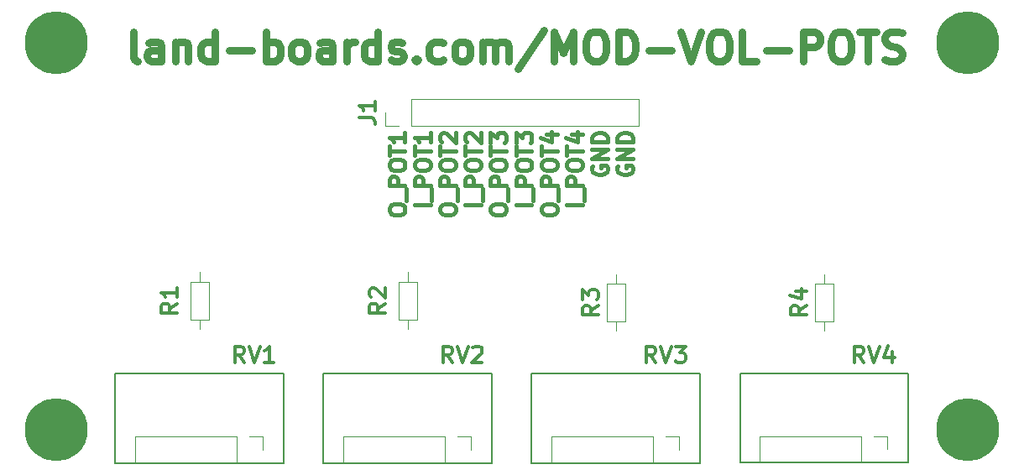
<source format=gto>
%TF.GenerationSoftware,KiCad,Pcbnew,(6.0.1)*%
%TF.CreationDate,2022-10-03T14:26:05-04:00*%
%TF.ProjectId,MOD-VOL-POTS,4d4f442d-564f-44c2-9d50-4f54532e6b69,rev?*%
%TF.SameCoordinates,Original*%
%TF.FileFunction,Legend,Top*%
%TF.FilePolarity,Positive*%
%FSLAX46Y46*%
G04 Gerber Fmt 4.6, Leading zero omitted, Abs format (unit mm)*
G04 Created by KiCad (PCBNEW (6.0.1)) date 2022-10-03 14:26:05*
%MOMM*%
%LPD*%
G01*
G04 APERTURE LIST*
%ADD10C,0.396875*%
%ADD11C,0.750000*%
%ADD12C,0.349250*%
%ADD13C,0.120000*%
%ADD14C,0.150000*%
%ADD15C,6.350000*%
G04 APERTURE END LIST*
D10*
X127629217Y-60922254D02*
X127629217Y-60619873D01*
X127704813Y-60468683D01*
X127856003Y-60317492D01*
X128158384Y-60241897D01*
X128687551Y-60241897D01*
X128989932Y-60317492D01*
X129141122Y-60468683D01*
X129216717Y-60619873D01*
X129216717Y-60922254D01*
X129141122Y-61073444D01*
X128989932Y-61224635D01*
X128687551Y-61300230D01*
X128158384Y-61300230D01*
X127856003Y-61224635D01*
X127704813Y-61073444D01*
X127629217Y-60922254D01*
X129367908Y-59939516D02*
X129367908Y-58729992D01*
X129216717Y-58352016D02*
X127629217Y-58352016D01*
X127629217Y-57747254D01*
X127704813Y-57596063D01*
X127780408Y-57520468D01*
X127931598Y-57444873D01*
X128158384Y-57444873D01*
X128309574Y-57520468D01*
X128385170Y-57596063D01*
X128460765Y-57747254D01*
X128460765Y-58352016D01*
X127629217Y-56462135D02*
X127629217Y-56159754D01*
X127704813Y-56008563D01*
X127856003Y-55857373D01*
X128158384Y-55781778D01*
X128687551Y-55781778D01*
X128989932Y-55857373D01*
X129141122Y-56008563D01*
X129216717Y-56159754D01*
X129216717Y-56462135D01*
X129141122Y-56613325D01*
X128989932Y-56764516D01*
X128687551Y-56840111D01*
X128158384Y-56840111D01*
X127856003Y-56764516D01*
X127704813Y-56613325D01*
X127629217Y-56462135D01*
X127629217Y-55328206D02*
X127629217Y-54421063D01*
X129216717Y-54874635D02*
X127629217Y-54874635D01*
X129216717Y-53060349D02*
X129216717Y-53967492D01*
X129216717Y-53513921D02*
X127629217Y-53513921D01*
X127856003Y-53665111D01*
X128007193Y-53816302D01*
X128082789Y-53967492D01*
X131772592Y-60317492D02*
X130185092Y-60317492D01*
X131923783Y-59939516D02*
X131923783Y-58729992D01*
X131772592Y-58352016D02*
X130185092Y-58352016D01*
X130185092Y-57747254D01*
X130260688Y-57596063D01*
X130336283Y-57520468D01*
X130487473Y-57444873D01*
X130714259Y-57444873D01*
X130865449Y-57520468D01*
X130941045Y-57596063D01*
X131016640Y-57747254D01*
X131016640Y-58352016D01*
X130185092Y-56462135D02*
X130185092Y-56159754D01*
X130260688Y-56008563D01*
X130411878Y-55857373D01*
X130714259Y-55781778D01*
X131243426Y-55781778D01*
X131545807Y-55857373D01*
X131696997Y-56008563D01*
X131772592Y-56159754D01*
X131772592Y-56462135D01*
X131696997Y-56613325D01*
X131545807Y-56764516D01*
X131243426Y-56840111D01*
X130714259Y-56840111D01*
X130411878Y-56764516D01*
X130260688Y-56613325D01*
X130185092Y-56462135D01*
X130185092Y-55328206D02*
X130185092Y-54421063D01*
X131772592Y-54874635D02*
X130185092Y-54874635D01*
X131772592Y-53060349D02*
X131772592Y-53967492D01*
X131772592Y-53513921D02*
X130185092Y-53513921D01*
X130411878Y-53665111D01*
X130563068Y-53816302D01*
X130638664Y-53967492D01*
X132740967Y-60922254D02*
X132740967Y-60619873D01*
X132816563Y-60468683D01*
X132967753Y-60317492D01*
X133270134Y-60241897D01*
X133799301Y-60241897D01*
X134101682Y-60317492D01*
X134252872Y-60468683D01*
X134328467Y-60619873D01*
X134328467Y-60922254D01*
X134252872Y-61073444D01*
X134101682Y-61224635D01*
X133799301Y-61300230D01*
X133270134Y-61300230D01*
X132967753Y-61224635D01*
X132816563Y-61073444D01*
X132740967Y-60922254D01*
X134479658Y-59939516D02*
X134479658Y-58729992D01*
X134328467Y-58352016D02*
X132740967Y-58352016D01*
X132740967Y-57747254D01*
X132816563Y-57596063D01*
X132892158Y-57520468D01*
X133043348Y-57444873D01*
X133270134Y-57444873D01*
X133421324Y-57520468D01*
X133496920Y-57596063D01*
X133572515Y-57747254D01*
X133572515Y-58352016D01*
X132740967Y-56462135D02*
X132740967Y-56159754D01*
X132816563Y-56008563D01*
X132967753Y-55857373D01*
X133270134Y-55781778D01*
X133799301Y-55781778D01*
X134101682Y-55857373D01*
X134252872Y-56008563D01*
X134328467Y-56159754D01*
X134328467Y-56462135D01*
X134252872Y-56613325D01*
X134101682Y-56764516D01*
X133799301Y-56840111D01*
X133270134Y-56840111D01*
X132967753Y-56764516D01*
X132816563Y-56613325D01*
X132740967Y-56462135D01*
X132740967Y-55328206D02*
X132740967Y-54421063D01*
X134328467Y-54874635D02*
X132740967Y-54874635D01*
X132892158Y-53967492D02*
X132816563Y-53891897D01*
X132740967Y-53740706D01*
X132740967Y-53362730D01*
X132816563Y-53211540D01*
X132892158Y-53135944D01*
X133043348Y-53060349D01*
X133194539Y-53060349D01*
X133421324Y-53135944D01*
X134328467Y-54043087D01*
X134328467Y-53060349D01*
X136884342Y-60317492D02*
X135296842Y-60317492D01*
X137035533Y-59939516D02*
X137035533Y-58729992D01*
X136884342Y-58352016D02*
X135296842Y-58352016D01*
X135296842Y-57747254D01*
X135372438Y-57596063D01*
X135448033Y-57520468D01*
X135599223Y-57444873D01*
X135826009Y-57444873D01*
X135977199Y-57520468D01*
X136052795Y-57596063D01*
X136128390Y-57747254D01*
X136128390Y-58352016D01*
X135296842Y-56462135D02*
X135296842Y-56159754D01*
X135372438Y-56008563D01*
X135523628Y-55857373D01*
X135826009Y-55781778D01*
X136355176Y-55781778D01*
X136657557Y-55857373D01*
X136808747Y-56008563D01*
X136884342Y-56159754D01*
X136884342Y-56462135D01*
X136808747Y-56613325D01*
X136657557Y-56764516D01*
X136355176Y-56840111D01*
X135826009Y-56840111D01*
X135523628Y-56764516D01*
X135372438Y-56613325D01*
X135296842Y-56462135D01*
X135296842Y-55328206D02*
X135296842Y-54421063D01*
X136884342Y-54874635D02*
X135296842Y-54874635D01*
X135448033Y-53967492D02*
X135372438Y-53891897D01*
X135296842Y-53740706D01*
X135296842Y-53362730D01*
X135372438Y-53211540D01*
X135448033Y-53135944D01*
X135599223Y-53060349D01*
X135750414Y-53060349D01*
X135977199Y-53135944D01*
X136884342Y-54043087D01*
X136884342Y-53060349D01*
X137852717Y-60922254D02*
X137852717Y-60619873D01*
X137928313Y-60468683D01*
X138079503Y-60317492D01*
X138381884Y-60241897D01*
X138911051Y-60241897D01*
X139213432Y-60317492D01*
X139364622Y-60468683D01*
X139440217Y-60619873D01*
X139440217Y-60922254D01*
X139364622Y-61073444D01*
X139213432Y-61224635D01*
X138911051Y-61300230D01*
X138381884Y-61300230D01*
X138079503Y-61224635D01*
X137928313Y-61073444D01*
X137852717Y-60922254D01*
X139591408Y-59939516D02*
X139591408Y-58729992D01*
X139440217Y-58352016D02*
X137852717Y-58352016D01*
X137852717Y-57747254D01*
X137928313Y-57596063D01*
X138003908Y-57520468D01*
X138155098Y-57444873D01*
X138381884Y-57444873D01*
X138533074Y-57520468D01*
X138608670Y-57596063D01*
X138684265Y-57747254D01*
X138684265Y-58352016D01*
X137852717Y-56462135D02*
X137852717Y-56159754D01*
X137928313Y-56008563D01*
X138079503Y-55857373D01*
X138381884Y-55781778D01*
X138911051Y-55781778D01*
X139213432Y-55857373D01*
X139364622Y-56008563D01*
X139440217Y-56159754D01*
X139440217Y-56462135D01*
X139364622Y-56613325D01*
X139213432Y-56764516D01*
X138911051Y-56840111D01*
X138381884Y-56840111D01*
X138079503Y-56764516D01*
X137928313Y-56613325D01*
X137852717Y-56462135D01*
X137852717Y-55328206D02*
X137852717Y-54421063D01*
X139440217Y-54874635D02*
X137852717Y-54874635D01*
X137852717Y-54043087D02*
X137852717Y-53060349D01*
X138457479Y-53589516D01*
X138457479Y-53362730D01*
X138533074Y-53211540D01*
X138608670Y-53135944D01*
X138759860Y-53060349D01*
X139137836Y-53060349D01*
X139289027Y-53135944D01*
X139364622Y-53211540D01*
X139440217Y-53362730D01*
X139440217Y-53816302D01*
X139364622Y-53967492D01*
X139289027Y-54043087D01*
X141996092Y-60317492D02*
X140408592Y-60317492D01*
X142147283Y-59939516D02*
X142147283Y-58729992D01*
X141996092Y-58352016D02*
X140408592Y-58352016D01*
X140408592Y-57747254D01*
X140484188Y-57596063D01*
X140559783Y-57520468D01*
X140710973Y-57444873D01*
X140937759Y-57444873D01*
X141088949Y-57520468D01*
X141164545Y-57596063D01*
X141240140Y-57747254D01*
X141240140Y-58352016D01*
X140408592Y-56462135D02*
X140408592Y-56159754D01*
X140484188Y-56008563D01*
X140635378Y-55857373D01*
X140937759Y-55781778D01*
X141466926Y-55781778D01*
X141769307Y-55857373D01*
X141920497Y-56008563D01*
X141996092Y-56159754D01*
X141996092Y-56462135D01*
X141920497Y-56613325D01*
X141769307Y-56764516D01*
X141466926Y-56840111D01*
X140937759Y-56840111D01*
X140635378Y-56764516D01*
X140484188Y-56613325D01*
X140408592Y-56462135D01*
X140408592Y-55328206D02*
X140408592Y-54421063D01*
X141996092Y-54874635D02*
X140408592Y-54874635D01*
X140408592Y-54043087D02*
X140408592Y-53060349D01*
X141013354Y-53589516D01*
X141013354Y-53362730D01*
X141088949Y-53211540D01*
X141164545Y-53135944D01*
X141315735Y-53060349D01*
X141693711Y-53060349D01*
X141844902Y-53135944D01*
X141920497Y-53211540D01*
X141996092Y-53362730D01*
X141996092Y-53816302D01*
X141920497Y-53967492D01*
X141844902Y-54043087D01*
X142964467Y-60922254D02*
X142964467Y-60619873D01*
X143040063Y-60468683D01*
X143191253Y-60317492D01*
X143493634Y-60241897D01*
X144022801Y-60241897D01*
X144325182Y-60317492D01*
X144476372Y-60468683D01*
X144551967Y-60619873D01*
X144551967Y-60922254D01*
X144476372Y-61073444D01*
X144325182Y-61224635D01*
X144022801Y-61300230D01*
X143493634Y-61300230D01*
X143191253Y-61224635D01*
X143040063Y-61073444D01*
X142964467Y-60922254D01*
X144703158Y-59939516D02*
X144703158Y-58729992D01*
X144551967Y-58352016D02*
X142964467Y-58352016D01*
X142964467Y-57747254D01*
X143040063Y-57596063D01*
X143115658Y-57520468D01*
X143266848Y-57444873D01*
X143493634Y-57444873D01*
X143644824Y-57520468D01*
X143720420Y-57596063D01*
X143796015Y-57747254D01*
X143796015Y-58352016D01*
X142964467Y-56462135D02*
X142964467Y-56159754D01*
X143040063Y-56008563D01*
X143191253Y-55857373D01*
X143493634Y-55781778D01*
X144022801Y-55781778D01*
X144325182Y-55857373D01*
X144476372Y-56008563D01*
X144551967Y-56159754D01*
X144551967Y-56462135D01*
X144476372Y-56613325D01*
X144325182Y-56764516D01*
X144022801Y-56840111D01*
X143493634Y-56840111D01*
X143191253Y-56764516D01*
X143040063Y-56613325D01*
X142964467Y-56462135D01*
X142964467Y-55328206D02*
X142964467Y-54421063D01*
X144551967Y-54874635D02*
X142964467Y-54874635D01*
X143493634Y-53211540D02*
X144551967Y-53211540D01*
X142888872Y-53589516D02*
X144022801Y-53967492D01*
X144022801Y-52984754D01*
X147107842Y-60317492D02*
X145520342Y-60317492D01*
X147259033Y-59939516D02*
X147259033Y-58729992D01*
X147107842Y-58352016D02*
X145520342Y-58352016D01*
X145520342Y-57747254D01*
X145595938Y-57596063D01*
X145671533Y-57520468D01*
X145822723Y-57444873D01*
X146049509Y-57444873D01*
X146200699Y-57520468D01*
X146276295Y-57596063D01*
X146351890Y-57747254D01*
X146351890Y-58352016D01*
X145520342Y-56462135D02*
X145520342Y-56159754D01*
X145595938Y-56008563D01*
X145747128Y-55857373D01*
X146049509Y-55781778D01*
X146578676Y-55781778D01*
X146881057Y-55857373D01*
X147032247Y-56008563D01*
X147107842Y-56159754D01*
X147107842Y-56462135D01*
X147032247Y-56613325D01*
X146881057Y-56764516D01*
X146578676Y-56840111D01*
X146049509Y-56840111D01*
X145747128Y-56764516D01*
X145595938Y-56613325D01*
X145520342Y-56462135D01*
X145520342Y-55328206D02*
X145520342Y-54421063D01*
X147107842Y-54874635D02*
X145520342Y-54874635D01*
X146049509Y-53211540D02*
X147107842Y-53211540D01*
X145444747Y-53589516D02*
X146578676Y-53967492D01*
X146578676Y-52984754D01*
X148151813Y-56386540D02*
X148076217Y-56537730D01*
X148076217Y-56764516D01*
X148151813Y-56991302D01*
X148303003Y-57142492D01*
X148454193Y-57218087D01*
X148756574Y-57293683D01*
X148983360Y-57293683D01*
X149285741Y-57218087D01*
X149436932Y-57142492D01*
X149588122Y-56991302D01*
X149663717Y-56764516D01*
X149663717Y-56613325D01*
X149588122Y-56386540D01*
X149512527Y-56310944D01*
X148983360Y-56310944D01*
X148983360Y-56613325D01*
X149663717Y-55630587D02*
X148076217Y-55630587D01*
X149663717Y-54723444D01*
X148076217Y-54723444D01*
X149663717Y-53967492D02*
X148076217Y-53967492D01*
X148076217Y-53589516D01*
X148151813Y-53362730D01*
X148303003Y-53211540D01*
X148454193Y-53135944D01*
X148756574Y-53060349D01*
X148983360Y-53060349D01*
X149285741Y-53135944D01*
X149436932Y-53211540D01*
X149588122Y-53362730D01*
X149663717Y-53589516D01*
X149663717Y-53967492D01*
X150707688Y-56386540D02*
X150632092Y-56537730D01*
X150632092Y-56764516D01*
X150707688Y-56991302D01*
X150858878Y-57142492D01*
X151010068Y-57218087D01*
X151312449Y-57293683D01*
X151539235Y-57293683D01*
X151841616Y-57218087D01*
X151992807Y-57142492D01*
X152143997Y-56991302D01*
X152219592Y-56764516D01*
X152219592Y-56613325D01*
X152143997Y-56386540D01*
X152068402Y-56310944D01*
X151539235Y-56310944D01*
X151539235Y-56613325D01*
X152219592Y-55630587D02*
X150632092Y-55630587D01*
X152219592Y-54723444D01*
X150632092Y-54723444D01*
X152219592Y-53967492D02*
X150632092Y-53967492D01*
X150632092Y-53589516D01*
X150707688Y-53362730D01*
X150858878Y-53211540D01*
X151010068Y-53135944D01*
X151312449Y-53060349D01*
X151539235Y-53060349D01*
X151841616Y-53135944D01*
X151992807Y-53211540D01*
X152143997Y-53362730D01*
X152219592Y-53589516D01*
X152219592Y-53967492D01*
D11*
X102214285Y-45857142D02*
X101928571Y-45714285D01*
X101785714Y-45428571D01*
X101785714Y-42857142D01*
X104642857Y-45857142D02*
X104642857Y-44285714D01*
X104500000Y-44000000D01*
X104214285Y-43857142D01*
X103642857Y-43857142D01*
X103357142Y-44000000D01*
X104642857Y-45714285D02*
X104357142Y-45857142D01*
X103642857Y-45857142D01*
X103357142Y-45714285D01*
X103214285Y-45428571D01*
X103214285Y-45142857D01*
X103357142Y-44857142D01*
X103642857Y-44714285D01*
X104357142Y-44714285D01*
X104642857Y-44571428D01*
X106071428Y-43857142D02*
X106071428Y-45857142D01*
X106071428Y-44142857D02*
X106214285Y-44000000D01*
X106500000Y-43857142D01*
X106928571Y-43857142D01*
X107214285Y-44000000D01*
X107357142Y-44285714D01*
X107357142Y-45857142D01*
X110071428Y-45857142D02*
X110071428Y-42857142D01*
X110071428Y-45714285D02*
X109785714Y-45857142D01*
X109214285Y-45857142D01*
X108928571Y-45714285D01*
X108785714Y-45571428D01*
X108642857Y-45285714D01*
X108642857Y-44428571D01*
X108785714Y-44142857D01*
X108928571Y-44000000D01*
X109214285Y-43857142D01*
X109785714Y-43857142D01*
X110071428Y-44000000D01*
X111500000Y-44714285D02*
X113785714Y-44714285D01*
X115214285Y-45857142D02*
X115214285Y-42857142D01*
X115214285Y-44000000D02*
X115500000Y-43857142D01*
X116071428Y-43857142D01*
X116357142Y-44000000D01*
X116500000Y-44142857D01*
X116642857Y-44428571D01*
X116642857Y-45285714D01*
X116500000Y-45571428D01*
X116357142Y-45714285D01*
X116071428Y-45857142D01*
X115500000Y-45857142D01*
X115214285Y-45714285D01*
X118357142Y-45857142D02*
X118071428Y-45714285D01*
X117928571Y-45571428D01*
X117785714Y-45285714D01*
X117785714Y-44428571D01*
X117928571Y-44142857D01*
X118071428Y-44000000D01*
X118357142Y-43857142D01*
X118785714Y-43857142D01*
X119071428Y-44000000D01*
X119214285Y-44142857D01*
X119357142Y-44428571D01*
X119357142Y-45285714D01*
X119214285Y-45571428D01*
X119071428Y-45714285D01*
X118785714Y-45857142D01*
X118357142Y-45857142D01*
X121928571Y-45857142D02*
X121928571Y-44285714D01*
X121785714Y-44000000D01*
X121500000Y-43857142D01*
X120928571Y-43857142D01*
X120642857Y-44000000D01*
X121928571Y-45714285D02*
X121642857Y-45857142D01*
X120928571Y-45857142D01*
X120642857Y-45714285D01*
X120500000Y-45428571D01*
X120500000Y-45142857D01*
X120642857Y-44857142D01*
X120928571Y-44714285D01*
X121642857Y-44714285D01*
X121928571Y-44571428D01*
X123357142Y-45857142D02*
X123357142Y-43857142D01*
X123357142Y-44428571D02*
X123500000Y-44142857D01*
X123642857Y-44000000D01*
X123928571Y-43857142D01*
X124214285Y-43857142D01*
X126500000Y-45857142D02*
X126500000Y-42857142D01*
X126500000Y-45714285D02*
X126214285Y-45857142D01*
X125642857Y-45857142D01*
X125357142Y-45714285D01*
X125214285Y-45571428D01*
X125071428Y-45285714D01*
X125071428Y-44428571D01*
X125214285Y-44142857D01*
X125357142Y-44000000D01*
X125642857Y-43857142D01*
X126214285Y-43857142D01*
X126500000Y-44000000D01*
X127785714Y-45714285D02*
X128071428Y-45857142D01*
X128642857Y-45857142D01*
X128928571Y-45714285D01*
X129071428Y-45428571D01*
X129071428Y-45285714D01*
X128928571Y-45000000D01*
X128642857Y-44857142D01*
X128214285Y-44857142D01*
X127928571Y-44714285D01*
X127785714Y-44428571D01*
X127785714Y-44285714D01*
X127928571Y-44000000D01*
X128214285Y-43857142D01*
X128642857Y-43857142D01*
X128928571Y-44000000D01*
X130357142Y-45571428D02*
X130500000Y-45714285D01*
X130357142Y-45857142D01*
X130214285Y-45714285D01*
X130357142Y-45571428D01*
X130357142Y-45857142D01*
X133071428Y-45714285D02*
X132785714Y-45857142D01*
X132214285Y-45857142D01*
X131928571Y-45714285D01*
X131785714Y-45571428D01*
X131642857Y-45285714D01*
X131642857Y-44428571D01*
X131785714Y-44142857D01*
X131928571Y-44000000D01*
X132214285Y-43857142D01*
X132785714Y-43857142D01*
X133071428Y-44000000D01*
X134785714Y-45857142D02*
X134500000Y-45714285D01*
X134357142Y-45571428D01*
X134214285Y-45285714D01*
X134214285Y-44428571D01*
X134357142Y-44142857D01*
X134500000Y-44000000D01*
X134785714Y-43857142D01*
X135214285Y-43857142D01*
X135500000Y-44000000D01*
X135642857Y-44142857D01*
X135785714Y-44428571D01*
X135785714Y-45285714D01*
X135642857Y-45571428D01*
X135500000Y-45714285D01*
X135214285Y-45857142D01*
X134785714Y-45857142D01*
X137071428Y-45857142D02*
X137071428Y-43857142D01*
X137071428Y-44142857D02*
X137214285Y-44000000D01*
X137500000Y-43857142D01*
X137928571Y-43857142D01*
X138214285Y-44000000D01*
X138357142Y-44285714D01*
X138357142Y-45857142D01*
X138357142Y-44285714D02*
X138500000Y-44000000D01*
X138785714Y-43857142D01*
X139214285Y-43857142D01*
X139500000Y-44000000D01*
X139642857Y-44285714D01*
X139642857Y-45857142D01*
X143214285Y-42714285D02*
X140642857Y-46571428D01*
X144214285Y-45857142D02*
X144214285Y-42857142D01*
X145214285Y-45000000D01*
X146214285Y-42857142D01*
X146214285Y-45857142D01*
X148214285Y-42857142D02*
X148785714Y-42857142D01*
X149071428Y-43000000D01*
X149357142Y-43285714D01*
X149500000Y-43857142D01*
X149500000Y-44857142D01*
X149357142Y-45428571D01*
X149071428Y-45714285D01*
X148785714Y-45857142D01*
X148214285Y-45857142D01*
X147928571Y-45714285D01*
X147642857Y-45428571D01*
X147500000Y-44857142D01*
X147500000Y-43857142D01*
X147642857Y-43285714D01*
X147928571Y-43000000D01*
X148214285Y-42857142D01*
X150785714Y-45857142D02*
X150785714Y-42857142D01*
X151500000Y-42857142D01*
X151928571Y-43000000D01*
X152214285Y-43285714D01*
X152357142Y-43571428D01*
X152500000Y-44142857D01*
X152500000Y-44571428D01*
X152357142Y-45142857D01*
X152214285Y-45428571D01*
X151928571Y-45714285D01*
X151500000Y-45857142D01*
X150785714Y-45857142D01*
X153785714Y-44714285D02*
X156071428Y-44714285D01*
X157071428Y-42857142D02*
X158071428Y-45857142D01*
X159071428Y-42857142D01*
X160642857Y-42857142D02*
X161214285Y-42857142D01*
X161500000Y-43000000D01*
X161785714Y-43285714D01*
X161928571Y-43857142D01*
X161928571Y-44857142D01*
X161785714Y-45428571D01*
X161500000Y-45714285D01*
X161214285Y-45857142D01*
X160642857Y-45857142D01*
X160357142Y-45714285D01*
X160071428Y-45428571D01*
X159928571Y-44857142D01*
X159928571Y-43857142D01*
X160071428Y-43285714D01*
X160357142Y-43000000D01*
X160642857Y-42857142D01*
X164642857Y-45857142D02*
X163214285Y-45857142D01*
X163214285Y-42857142D01*
X165642857Y-44714285D02*
X167928571Y-44714285D01*
X169357142Y-45857142D02*
X169357142Y-42857142D01*
X170500000Y-42857142D01*
X170785714Y-43000000D01*
X170928571Y-43142857D01*
X171071428Y-43428571D01*
X171071428Y-43857142D01*
X170928571Y-44142857D01*
X170785714Y-44285714D01*
X170500000Y-44428571D01*
X169357142Y-44428571D01*
X172928571Y-42857142D02*
X173500000Y-42857142D01*
X173785714Y-43000000D01*
X174071428Y-43285714D01*
X174214285Y-43857142D01*
X174214285Y-44857142D01*
X174071428Y-45428571D01*
X173785714Y-45714285D01*
X173500000Y-45857142D01*
X172928571Y-45857142D01*
X172642857Y-45714285D01*
X172357142Y-45428571D01*
X172214285Y-44857142D01*
X172214285Y-43857142D01*
X172357142Y-43285714D01*
X172642857Y-43000000D01*
X172928571Y-42857142D01*
X175071428Y-42857142D02*
X176785714Y-42857142D01*
X175928571Y-45857142D02*
X175928571Y-42857142D01*
X177642857Y-45714285D02*
X178071428Y-45857142D01*
X178785714Y-45857142D01*
X179071428Y-45714285D01*
X179214285Y-45571428D01*
X179357142Y-45285714D01*
X179357142Y-45000000D01*
X179214285Y-44714285D01*
X179071428Y-44571428D01*
X178785714Y-44428571D01*
X178214285Y-44285714D01*
X177928571Y-44142857D01*
X177785714Y-44000000D01*
X177642857Y-43714285D01*
X177642857Y-43428571D01*
X177785714Y-43142857D01*
X177928571Y-43000000D01*
X178214285Y-42857142D01*
X178928571Y-42857142D01*
X179357142Y-43000000D01*
D12*
%TO.C,R2*%
X127246880Y-70275166D02*
X126460690Y-70825500D01*
X127246880Y-71218595D02*
X125595880Y-71218595D01*
X125595880Y-70589642D01*
X125674500Y-70432404D01*
X125753119Y-70353785D01*
X125910357Y-70275166D01*
X126146214Y-70275166D01*
X126303452Y-70353785D01*
X126382071Y-70432404D01*
X126460690Y-70589642D01*
X126460690Y-71218595D01*
X125753119Y-69646214D02*
X125674500Y-69567595D01*
X125595880Y-69410357D01*
X125595880Y-69017261D01*
X125674500Y-68860023D01*
X125753119Y-68781404D01*
X125910357Y-68702785D01*
X126067595Y-68702785D01*
X126303452Y-68781404D01*
X127246880Y-69724833D01*
X127246880Y-68702785D01*
%TO.C,RV1*%
X113017263Y-76246867D02*
X112466930Y-75460677D01*
X112073835Y-76246867D02*
X112073835Y-74595867D01*
X112702787Y-74595867D01*
X112860025Y-74674487D01*
X112938644Y-74753106D01*
X113017263Y-74910344D01*
X113017263Y-75146201D01*
X112938644Y-75303439D01*
X112860025Y-75382058D01*
X112702787Y-75460677D01*
X112073835Y-75460677D01*
X113488978Y-74595867D02*
X114039311Y-76246867D01*
X114589644Y-74595867D01*
X116004787Y-76246867D02*
X115061359Y-76246867D01*
X115533073Y-76246867D02*
X115533073Y-74595867D01*
X115375835Y-74831725D01*
X115218597Y-74988963D01*
X115061359Y-75067582D01*
%TO.C,J1*%
X124595880Y-51550333D02*
X125775166Y-51550333D01*
X126011023Y-51628952D01*
X126168261Y-51786190D01*
X126246880Y-52022047D01*
X126246880Y-52179285D01*
X126246880Y-49899333D02*
X126246880Y-50842761D01*
X126246880Y-50371047D02*
X124595880Y-50371047D01*
X124831738Y-50528285D01*
X124988976Y-50685523D01*
X125067595Y-50842761D01*
%TO.C,RV4*%
X175517264Y-76246888D02*
X174966931Y-75460698D01*
X174573836Y-76246888D02*
X174573836Y-74595888D01*
X175202788Y-74595888D01*
X175360026Y-74674508D01*
X175438645Y-74753127D01*
X175517264Y-74910365D01*
X175517264Y-75146222D01*
X175438645Y-75303460D01*
X175360026Y-75382079D01*
X175202788Y-75460698D01*
X174573836Y-75460698D01*
X175988979Y-74595888D02*
X176539312Y-76246888D01*
X177089645Y-74595888D01*
X178347550Y-75146222D02*
X178347550Y-76246888D01*
X177954455Y-74517269D02*
X177561360Y-75696555D01*
X178583407Y-75696555D01*
%TO.C,RV2*%
X134017271Y-76246867D02*
X133466938Y-75460677D01*
X133073843Y-76246867D02*
X133073843Y-74595867D01*
X133702795Y-74595867D01*
X133860033Y-74674487D01*
X133938652Y-74753106D01*
X134017271Y-74910344D01*
X134017271Y-75146201D01*
X133938652Y-75303439D01*
X133860033Y-75382058D01*
X133702795Y-75460677D01*
X133073843Y-75460677D01*
X134488986Y-74595867D02*
X135039319Y-76246867D01*
X135589652Y-74595867D01*
X136061367Y-74753106D02*
X136139986Y-74674487D01*
X136297224Y-74595867D01*
X136690319Y-74595867D01*
X136847557Y-74674487D01*
X136926176Y-74753106D01*
X137004795Y-74910344D01*
X137004795Y-75067582D01*
X136926176Y-75303439D01*
X135982748Y-76246867D01*
X137004795Y-76246867D01*
%TO.C,R4*%
X169746880Y-70465166D02*
X168960690Y-71015500D01*
X169746880Y-71408595D02*
X168095880Y-71408595D01*
X168095880Y-70779642D01*
X168174500Y-70622404D01*
X168253119Y-70543785D01*
X168410357Y-70465166D01*
X168646214Y-70465166D01*
X168803452Y-70543785D01*
X168882071Y-70622404D01*
X168960690Y-70779642D01*
X168960690Y-71408595D01*
X168646214Y-69050023D02*
X169746880Y-69050023D01*
X168017261Y-69443119D02*
X169196547Y-69836214D01*
X169196547Y-68814166D01*
%TO.C,RV3*%
X154517255Y-76246867D02*
X153966922Y-75460677D01*
X153573827Y-76246867D02*
X153573827Y-74595867D01*
X154202779Y-74595867D01*
X154360017Y-74674487D01*
X154438636Y-74753106D01*
X154517255Y-74910344D01*
X154517255Y-75146201D01*
X154438636Y-75303439D01*
X154360017Y-75382058D01*
X154202779Y-75460677D01*
X153573827Y-75460677D01*
X154988970Y-74595867D02*
X155539303Y-76246867D01*
X156089636Y-74595867D01*
X156482732Y-74595867D02*
X157504779Y-74595867D01*
X156954446Y-75224820D01*
X157190303Y-75224820D01*
X157347541Y-75303439D01*
X157426160Y-75382058D01*
X157504779Y-75539296D01*
X157504779Y-75932391D01*
X157426160Y-76089629D01*
X157347541Y-76168248D01*
X157190303Y-76246867D01*
X156718589Y-76246867D01*
X156561351Y-76168248D01*
X156482732Y-76089629D01*
%TO.C,R3*%
X148746880Y-70465166D02*
X147960690Y-71015500D01*
X148746880Y-71408595D02*
X147095880Y-71408595D01*
X147095880Y-70779642D01*
X147174500Y-70622404D01*
X147253119Y-70543785D01*
X147410357Y-70465166D01*
X147646214Y-70465166D01*
X147803452Y-70543785D01*
X147882071Y-70622404D01*
X147960690Y-70779642D01*
X147960690Y-71408595D01*
X147095880Y-69914833D02*
X147095880Y-68892785D01*
X147724833Y-69443119D01*
X147724833Y-69207261D01*
X147803452Y-69050023D01*
X147882071Y-68971404D01*
X148039309Y-68892785D01*
X148432404Y-68892785D01*
X148589642Y-68971404D01*
X148668261Y-69050023D01*
X148746880Y-69207261D01*
X148746880Y-69678976D01*
X148668261Y-69836214D01*
X148589642Y-69914833D01*
%TO.C,R1*%
X106246880Y-70275166D02*
X105460690Y-70825500D01*
X106246880Y-71218595D02*
X104595880Y-71218595D01*
X104595880Y-70589642D01*
X104674500Y-70432404D01*
X104753119Y-70353785D01*
X104910357Y-70275166D01*
X105146214Y-70275166D01*
X105303452Y-70353785D01*
X105382071Y-70432404D01*
X105460690Y-70589642D01*
X105460690Y-71218595D01*
X106246880Y-68702785D02*
X106246880Y-69646214D01*
X106246880Y-69174500D02*
X104595880Y-69174500D01*
X104831738Y-69331738D01*
X104988976Y-69488976D01*
X105067595Y-69646214D01*
D13*
%TO.C,R2*%
X128580000Y-68080000D02*
X128580000Y-71920000D01*
X129500000Y-67130000D02*
X129500000Y-68080000D01*
X130420000Y-68080000D02*
X128580000Y-68080000D01*
X129500000Y-72870000D02*
X129500000Y-71920000D01*
X128580000Y-71920000D02*
X130420000Y-71920000D01*
X130420000Y-71920000D02*
X130420000Y-68080000D01*
%TO.C,RV1*%
X114830002Y-83709987D02*
X114830002Y-85039987D01*
X113500002Y-83709987D02*
X114830002Y-83709987D01*
X112230002Y-83709987D02*
X102010002Y-83709987D01*
X102010002Y-83709987D02*
X102010002Y-86369987D01*
X112230002Y-86369987D02*
X102010002Y-86369987D01*
X112230002Y-83709987D02*
X112230002Y-86369987D01*
D14*
X117000002Y-77369987D02*
X100000002Y-77369987D01*
X100000002Y-77369987D02*
X100000002Y-86369987D01*
X100000002Y-86369987D02*
X117000002Y-86369987D01*
X117000002Y-86369987D02*
X117000002Y-77369987D01*
D13*
%TO.C,J1*%
X129845000Y-49670000D02*
X152765000Y-49670000D01*
X129845000Y-52330000D02*
X152765000Y-52330000D01*
X129845000Y-52330000D02*
X129845000Y-49670000D01*
X128575000Y-52330000D02*
X127245000Y-52330000D01*
X152765000Y-52330000D02*
X152765000Y-49670000D01*
X127245000Y-52330000D02*
X127245000Y-51000000D01*
%TO.C,RV4*%
X176500003Y-83670008D02*
X177830003Y-83670008D01*
X177830003Y-83670008D02*
X177830003Y-85000008D01*
X175230003Y-83670008D02*
X175230003Y-86330008D01*
X175230003Y-86330008D02*
X165010003Y-86330008D01*
X165010003Y-83670008D02*
X165010003Y-86330008D01*
X175230003Y-83670008D02*
X165010003Y-83670008D01*
D14*
X180000003Y-77330008D02*
X163000003Y-77330008D01*
X163000003Y-77330008D02*
X163000003Y-86330008D01*
X163000003Y-86330008D02*
X180000003Y-86330008D01*
X180000003Y-86330008D02*
X180000003Y-77330008D01*
D13*
%TO.C,RV2*%
X133230010Y-83709987D02*
X123010010Y-83709987D01*
X135830010Y-83709987D02*
X135830010Y-85039987D01*
X133230010Y-83709987D02*
X133230010Y-86369987D01*
X133230010Y-86369987D02*
X123010010Y-86369987D01*
X134500010Y-83709987D02*
X135830010Y-83709987D01*
X123010010Y-83709987D02*
X123010010Y-86369987D01*
D14*
X138000010Y-77369987D02*
X121000010Y-77369987D01*
X121000010Y-77369987D02*
X121000010Y-86369987D01*
X121000010Y-86369987D02*
X138000010Y-86369987D01*
X138000010Y-86369987D02*
X138000010Y-77369987D01*
D13*
%TO.C,R4*%
X171500000Y-73060000D02*
X171500000Y-72110000D01*
X170580000Y-72110000D02*
X172420000Y-72110000D01*
X170580000Y-68270000D02*
X170580000Y-72110000D01*
X172420000Y-72110000D02*
X172420000Y-68270000D01*
X172420000Y-68270000D02*
X170580000Y-68270000D01*
X171500000Y-67320000D02*
X171500000Y-68270000D01*
%TO.C,RV3*%
X154229994Y-83709987D02*
X144009994Y-83709987D01*
X154229994Y-86369987D02*
X144009994Y-86369987D01*
X144009994Y-83709987D02*
X144009994Y-86369987D01*
X156829994Y-83709987D02*
X156829994Y-85039987D01*
X155499994Y-83709987D02*
X156829994Y-83709987D01*
X154229994Y-83709987D02*
X154229994Y-86369987D01*
D14*
X158999994Y-77369987D02*
X141999994Y-77369987D01*
X141999994Y-77369987D02*
X141999994Y-86369987D01*
X141999994Y-86369987D02*
X158999994Y-86369987D01*
X158999994Y-86369987D02*
X158999994Y-77369987D01*
D13*
%TO.C,R3*%
X150500000Y-73060000D02*
X150500000Y-72110000D01*
X149580000Y-72110000D02*
X151420000Y-72110000D01*
X151420000Y-72110000D02*
X151420000Y-68270000D01*
X151420000Y-68270000D02*
X149580000Y-68270000D01*
X150500000Y-67320000D02*
X150500000Y-68270000D01*
X149580000Y-68270000D02*
X149580000Y-72110000D01*
%TO.C,R1*%
X109420000Y-68080000D02*
X107580000Y-68080000D01*
X108500000Y-67130000D02*
X108500000Y-68080000D01*
X108500000Y-72870000D02*
X108500000Y-71920000D01*
X107580000Y-68080000D02*
X107580000Y-71920000D01*
X109420000Y-71920000D02*
X109420000Y-68080000D01*
X107580000Y-71920000D02*
X109420000Y-71920000D01*
%TD*%
D15*
%TO.C,MTG1*%
X94000000Y-83000000D03*
%TD*%
%TO.C,MTG3*%
X94000000Y-44000000D03*
%TD*%
%TO.C,MTG2*%
X186000000Y-83000000D03*
%TD*%
%TO.C,MTG4*%
X186000000Y-44000000D03*
%TD*%
M02*

</source>
